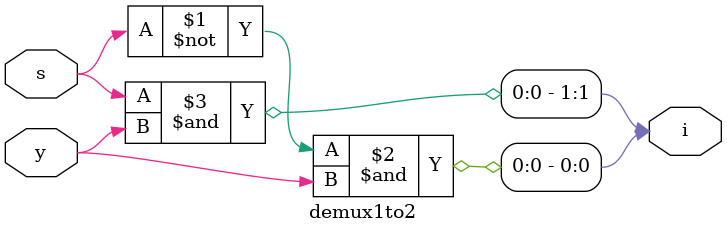
<source format=v>
module demux1to2(input y,s,output [1:0]i);
  assign i[0]=~s&y;
  assign i[1]= s&y;
endmodule

</source>
